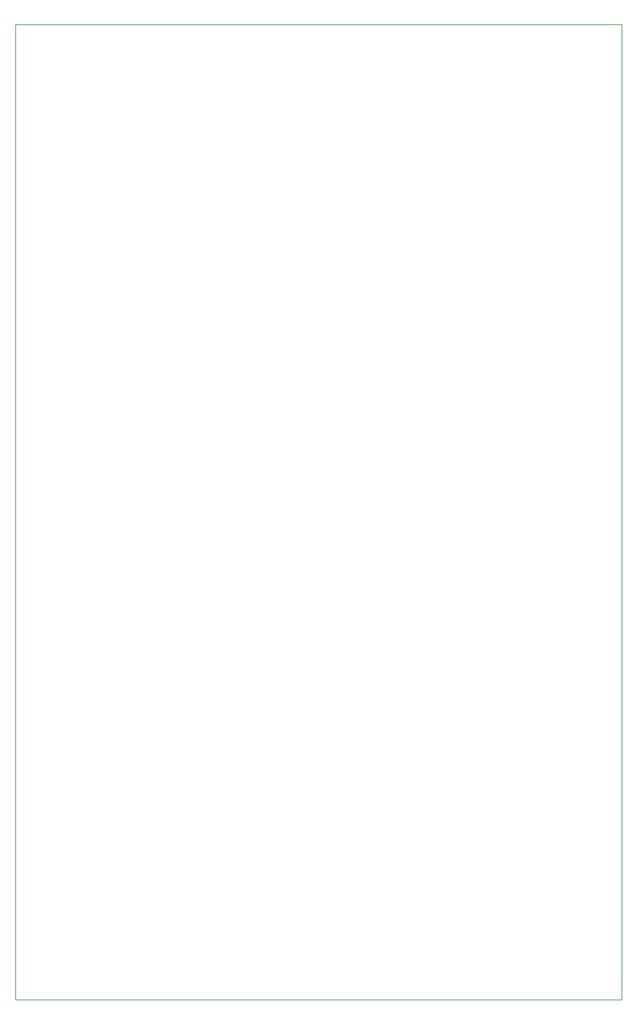
<source format=gbr>
G04 #@! TF.GenerationSoftware,KiCad,Pcbnew,(5.1.5)-2*
G04 #@! TF.CreationDate,2019-12-23T23:59:59+01:00*
G04 #@! TF.ProjectId,Benjolin Panel,42656e6a-6f6c-4696-9e20-50616e656c2e,rev?*
G04 #@! TF.SameCoordinates,Original*
G04 #@! TF.FileFunction,Profile,NP*
%FSLAX46Y46*%
G04 Gerber Fmt 4.6, Leading zero omitted, Abs format (unit mm)*
G04 Created by KiCad (PCBNEW (5.1.5)-2) date 2019-12-23 23:59:59*
%MOMM*%
%LPD*%
G04 APERTURE LIST*
%ADD10C,0.050000*%
G04 APERTURE END LIST*
D10*
X46863000Y-156972000D02*
X46863000Y-28321000D01*
X127000000Y-156972000D02*
X46863000Y-156972000D01*
X127000000Y-28321000D02*
X127000000Y-156972000D01*
X46863000Y-28321000D02*
X127000000Y-28321000D01*
M02*

</source>
